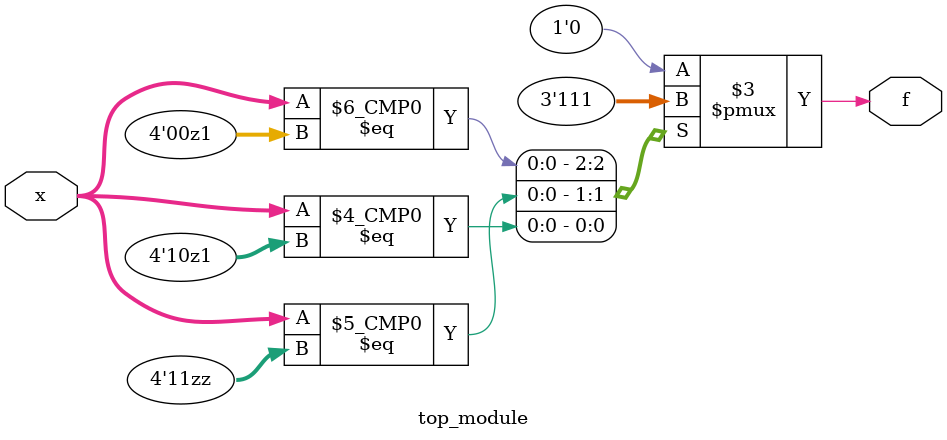
<source format=sv>
module top_module (
	input [4:1] x,
	output logic f
);

always_comb begin
	case (x)
		4'b00?1: f = 1;
		4'b01?? : f = 0;
		4'b11?? : f = 1;
		4'b10?1 : f = 1;
		default: f = 0;
	endcase
end

endmodule

</source>
